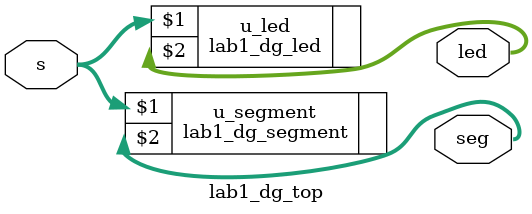
<source format=sv>

module lab1_dg_top(input logic [3:0] s,
		   output logic [6:0] seg,
		   output logic [2:0] led);
		   
lab1_dg_led u_led(s, led);
lab1_dg_segment u_segment(s, seg);
endmodule



		

</source>
